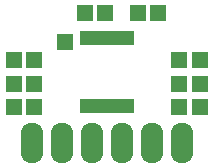
<source format=gts>
G04 #@! TF.FileFunction,Soldermask,Top*
%FSLAX46Y46*%
G04 Gerber Fmt 4.6, Leading zero omitted, Abs format (unit mm)*
G04 Created by KiCad (PCBNEW 4.0.1-stable) date 2016/04/10 17:27:39*
%MOMM*%
G01*
G04 APERTURE LIST*
%ADD10C,0.100000*%
%ADD11R,1.449020X1.479500*%
%ADD12R,0.747980X1.299160*%
%ADD13O,1.924000X3.448000*%
%ADD14R,1.398220X1.398220*%
G04 APERTURE END LIST*
D10*
D11*
X147626240Y-92000000D03*
X149373760Y-92000000D03*
X144873760Y-92000000D03*
X143126240Y-92000000D03*
D12*
X143051820Y-99872740D03*
X143702060Y-99872740D03*
X144352300Y-99872740D03*
X145000000Y-99872740D03*
X145647700Y-99872740D03*
X146297940Y-99872740D03*
X146948180Y-99872740D03*
X146948180Y-94127260D03*
X146297940Y-94127260D03*
X145647700Y-94127260D03*
X145000000Y-94127260D03*
X144352300Y-94127260D03*
X143702060Y-94127260D03*
X143051820Y-94127260D03*
D13*
X138650000Y-103000000D03*
X141190000Y-103000000D03*
X143730000Y-103000000D03*
X146270000Y-103000000D03*
X148810000Y-103000000D03*
X151350000Y-103000000D03*
D11*
X138873760Y-100000000D03*
X137126240Y-100000000D03*
X138873760Y-98000000D03*
X137126240Y-98000000D03*
X138873760Y-96000000D03*
X137126240Y-96000000D03*
X151126240Y-100000000D03*
X152873760Y-100000000D03*
X151126240Y-98000000D03*
X152873760Y-98000000D03*
X151126240Y-96000000D03*
X152873760Y-96000000D03*
D14*
X141500000Y-94500000D03*
M02*

</source>
